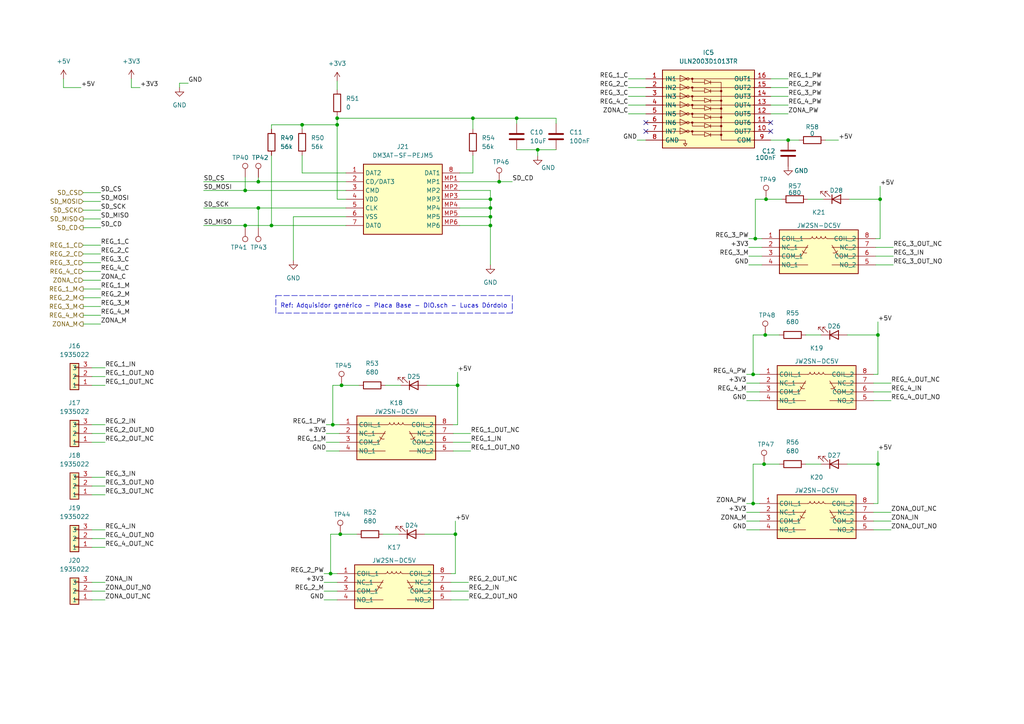
<source format=kicad_sch>
(kicad_sch (version 20211123) (generator eeschema)
  (paper "A4")
  (title_block (title "SAL/T") (date "2024-04-12") (rev "1.4") (company "Universidad de Buenos Aires") (comment 1 "Revisor: Adrian Laiuppa") (comment 2 "Autor: Martín Anús") (comment 3 "Placa principal"))
  (lib_symbols
    (symbol "JW2SN-DC5V_1"
      (property "Reference" "K" (at 16.51 6.35 0))
      (property "Value" "JW2SN-DC5V_1" (at 16.51 3.81 0))
      (symbol "JW2SN-DC5V_1_1_1"
        (pin passive line (at 0 0 0) (length 5.08) (name "COIL_1") (number "1"))
        (pin passive line (at 0 -2.54 0) (length 5.08) (name "NC_1") (number "2"))
        (pin passive line (at 0 -5.08 0) (length 5.08) (name "COM_1") (number "3"))
        (pin passive line (at 0 -7.62 0) (length 5.08) (name "NO_1") (number "4"))
        (pin passive line (at 33.02 -7.62 180) (length 5.08) (name "NO_2") (number "5"))
        (pin passive line (at 33.02 -5.08 180) (length 5.08) (name "COM_2") (number "6"))
        (pin passive line (at 33.02 -2.54 180) (length 5.08) (name "NC_2") (number "7"))
        (pin passive line (at 33.02 0 180) (length 5.08) (name "COIL_2") (number "8"))
      )
    )
    (symbol "JW2SN-DC5V_2"
      (property "Reference" "K" (at 16.51 6.35 0))
      (property "Value" "JW2SN-DC5V_2" (at 16.51 3.81 0))
      (symbol "JW2SN-DC5V_2_1_1"
        (pin passive line (at 0 0 0) (length 5.08) (name "COIL_1") (number "1"))
        (pin passive line (at 0 -2.54 0) (length 5.08) (name "NC_1") (number "2"))
        (pin passive line (at 0 -5.08 0) (length 5.08) (name "COM_1") (number "3"))
        (pin passive line (at 0 -7.62 0) (length 5.08) (name "NO_1") (number "4"))
        (pin passive line (at 33.02 -7.62 180) (length 5.08) (name "NO_2") (number "5"))
        (pin passive line (at 33.02 -5.08 180) (length 5.08) (name "COM_2") (number "6"))
        (pin passive line (at 33.02 -2.54 180) (length 5.08) (name "NC_2") (number "7"))
        (pin passive line (at 33.02 0 180) (length 5.08) (name "COIL_2") (number "8"))
      )
    )
    (symbol "JW2SN-DC5V_3"
      (property "Reference" "K" (at 16.51 6.35 0))
      (property "Value" "JW2SN-DC5V_3" (at 16.51 3.81 0))
      (symbol "JW2SN-DC5V_3_1_1"
        (pin passive line (at 0 0 0) (length 5.08) (name "COIL_1") (number "1"))
        (pin passive line (at 0 -2.54 0) (length 5.08) (name "NC_1") (number "2"))
        (pin passive line (at 0 -5.08 0) (length 5.08) (name "COM_1") (number "3"))
        (pin passive line (at 0 -7.62 0) (length 5.08) (name "NO_1") (number "4"))
        (pin passive line (at 33.02 -7.62 180) (length 5.08) (name "NO_2") (number "5"))
        (pin passive line (at 33.02 -5.08 180) (length 5.08) (name "COM_2") (number "6"))
        (pin passive line (at 33.02 -2.54 180) (length 5.08) (name "NC_2") (number "7"))
        (pin passive line (at 33.02 0 180) (length 5.08) (name "COIL_2") (number "8"))
      )
    )
    (symbol "JW2SN-DC5V_4"
      (property "Reference" "K" (at 16.51 6.35 0))
      (property "Value" "JW2SN-DC5V_4" (at 16.51 3.81 0))
      (symbol "JW2SN-DC5V_4_1_1"
        (pin passive line (at 0 0 0) (length 5.08) (name "COIL_1") (number "1"))
        (pin passive line (at 0 -2.54 0) (length 5.08) (name "NC_1") (number "2"))
        (pin passive line (at 0 -5.08 0) (length 5.08) (name "COM_1") (number "3"))
        (pin passive line (at 0 -7.62 0) (length 5.08) (name "NO_1") (number "4"))
        (pin passive line (at 33.02 -7.62 180) (length 5.08) (name "NO_2") (number "5"))
        (pin passive line (at 33.02 -5.08 180) (length 5.08) (name "COM_2") (number "6"))
        (pin passive line (at 33.02 -2.54 180) (length 5.08) (name "NC_2") (number "7"))
        (pin passive line (at 33.02 0 180) (length 5.08) (name "COIL_2") (number "8"))
      )
    )
    (symbol "power:+3V3" (power) (pin_names (offset 0))
      (property "Value" "+3V3" (at 0 3.556 0))
      (symbol "+3V3_1_1"
        (pin power_in line (at 0 0 90) (length 0) hide (name "+3V3") (number "1"))
      )
    )
    (symbol "power:+5V" (power) (pin_names (offset 0))
      (property "Value" "+5V" (at 0 3.556 0))
      (symbol "+5V_1_1"
        (pin power_in line (at 0 0 90) (length 0) hide (name "+5V") (number "1"))
      )
    )
    (symbol "power:GND" (power) (pin_names (offset 0))
      (property "Value" "GND" (at 0 -3.81 0))
      (symbol "GND_1_1"
        (pin power_in line (at 0 0 270) (length 0) hide (name "GND") (number "1"))
      )
    )
    (symbol "salt:1935022"
      (property "Reference" "J" (at 0 7.62 0))
      (property "Value" "1935022" (at 0 5.715 0))
      (symbol "1935022_1_1"
        (pin passive line (at -5.08 2.54 0) (length 3.81) (name "1") (number "1"))
        (pin passive line (at -5.08 0 0) (length 3.81) (name "2") (number "2"))
        (pin passive line (at -5.08 -2.54 0) (length 3.81) (name "3") (number "3"))
      )
    )
    (symbol "salt:C_100nF" (pin_numbers hide) (pin_names (offset 0.254))
      (property "Reference" "C" (at 0.635 2.54 0))
      (property "Value" "C_100nF" (at 0.635 -2.54 0))
      (symbol "C_100nF_1_1"
        (pin passive line (at 0 3.81 270) (length 2.794) (name "~") (number "1"))
        (pin passive line (at 0 -3.81 90) (length 2.794) (name "~") (number "2"))
      )
    )
    (symbol "salt:C_10uF" (pin_numbers hide) (pin_names (offset 0.254))
      (property "Reference" "C" (at 0.635 2.54 0))
      (property "Value" "C_10uF" (at 0.635 -2.54 0))
      (symbol "C_10uF_1_1"
        (pin passive line (at 0 3.81 270) (length 2.794) (name "~") (number "1"))
        (pin passive line (at 0 -3.81 90) (length 2.794) (name "~") (number "2"))
      )
    )
    (symbol "salt:DM3AT-SF-PEJM5"
      (property "Reference" "J" (at 0 0 0))
      (property "Value" "DM3AT-SF-PEJM5" (at 0 0 0))
      (symbol "DM3AT-SF-PEJM5_1_1"
        (pin passive line (at 0 0 0) (length 5.08) (name "DAT2") (number "1"))
        (pin passive line (at 0 -2.54 0) (length 5.08) (name "CD/DAT3") (number "2"))
        (pin passive line (at 0 -5.08 0) (length 5.08) (name "CMD") (number "3"))
        (pin passive line (at 0 -7.62 0) (length 5.08) (name "VDD") (number "4"))
        (pin passive line (at 0 -10.16 0) (length 5.08) (name "CLK") (number "5"))
        (pin passive line (at 0 -12.7 0) (length 5.08) (name "VSS") (number "6"))
        (pin passive line (at 0 -15.24 0) (length 5.08) (name "DAT0") (number "7"))
        (pin passive line (at 33.02 0 180) (length 5.08) (name "DAT1") (number "8"))
        (pin passive line (at 33.02 -2.54 180) (length 5.08) (name "MP1") (number "MP1"))
        (pin passive line (at 33.02 -5.08 180) (length 5.08) (name "MP2") (number "MP2"))
        (pin passive line (at 33.02 -7.62 180) (length 5.08) (name "MP3") (number "MP3"))
        (pin passive line (at 33.02 -10.16 180) (length 5.08) (name "MP4") (number "MP4"))
        (pin passive line (at 33.02 -12.7 180) (length 5.08) (name "MP5") (number "MP5"))
        (pin passive line (at 33.02 -15.24 180) (length 5.08) (name "MP6") (number "MP6"))
      )
    )
    (symbol "salt:JW2SN-DC5V"
      (property "Reference" "K" (at 16.51 6.35 0))
      (property "Value" "JW2SN-DC5V" (at 16.51 3.81 0))
      (symbol "JW2SN-DC5V_1_1"
        (pin passive line (at 0 0 0) (length 5.08) (name "COIL_1") (number "1"))
        (pin passive line (at 0 -2.54 0) (length 5.08) (name "NC_1") (number "2"))
        (pin passive line (at 0 -5.08 0) (length 5.08) (name "COM_1") (number "3"))
        (pin passive line (at 0 -7.62 0) (length 5.08) (name "NO_1") (number "4"))
        (pin passive line (at 33.02 -7.62 180) (length 5.08) (name "NO_2") (number "5"))
        (pin passive line (at 33.02 -5.08 180) (length 5.08) (name "COM_2") (number "6"))
        (pin passive line (at 33.02 -2.54 180) (length 5.08) (name "NC_2") (number "7"))
        (pin passive line (at 33.02 0 180) (length 5.08) (name "COIL_2") (number "8"))
      )
    )
    (symbol "salt:LED" (pin_numbers hide) (pin_names (offset 1.016) hide)
      (property "Reference" "D" (at 0 2.54 0))
      (symbol "LED_1_1"
        (pin passive line (at -3.81 0 0) (length 2.54) (name "K") (number "1"))
        (pin passive line (at 3.81 0 180) (length 2.54) (name "A") (number "2"))
      )
    )
    (symbol "salt:R_0" (pin_numbers hide) (pin_names (offset 1.016) hide)
      (property "Reference" "R" (at -2.032 1.524 0))
      (property "Value" "R_0" (at -4.318 -0.254 0))
      (symbol "R_0_1_1"
        (pin passive line (at 0 3.81 270) (length 1.27) (name "~") (number "1"))
        (pin passive line (at 0 -3.81 90) (length 1.27) (name "~") (number "2"))
      )
    )
    (symbol "salt:R_56K" (pin_numbers hide) (pin_names (offset 1.016) hide)
      (property "Reference" "R" (at -2.032 1.524 0))
      (property "Value" "R_56K" (at -4.318 -0.254 0))
      (symbol "R_56K_1_1"
        (pin passive line (at 0 3.81 270) (length 1.27) (name "~") (number "1"))
        (pin passive line (at 0 -3.81 90) (length 1.27) (name "~") (number "2"))
      )
    )
    (symbol "salt:R_680" (pin_numbers hide) (pin_names (offset 1.016) hide)
      (property "Reference" "R" (at -2.032 1.524 0))
      (property "Value" "R_680" (at -4.318 -0.254 0))
      (symbol "R_680_1_1"
        (pin passive line (at 0 3.81 270) (length 1.27) (name "~") (number "1"))
        (pin passive line (at 0 -3.81 90) (length 1.27) (name "~") (number "2"))
      )
    )
    (symbol "salt:TestPoint" (pin_numbers hide) (pin_names (offset 0.762) hide)
      (property "Reference" "TP" (at 0 6.858 0))
      (property "Value" "TestPoint" (at 0 5.08 0))
      (symbol "TestPoint_1_1"
        (pin passive line (at 0 0 90) (length 2.54) (name "1") (number "1"))
      )
    )
    (symbol "salt:ULN2003D1013TR"
      (property "Reference" "IC" (at 27.178 5.588 0))
      (property "Value" "ULN2003D1013TR" (at 28.194 3.556 0))
      (symbol "ULN2003D1013TR_0_0"
        (text "" (at 10.922 -13.208 0) (effects (font (size 1.27 1.27))))
      )
      (symbol "ULN2003D1013TR_1_1"
        (pin passive line (at 0 0 0) (length 5.08) (name "IN1") (number "1"))
        (pin passive line (at 36.195 -15.24 180) (length 5.08) (name "OUT7") (number "10"))
        (pin passive line (at 36.195 -12.7 180) (length 5.08) (name "OUT6") (number "11"))
        (pin passive line (at 36.195 -10.16 180) (length 5.08) (name "OUT5") (number "12"))
        (pin passive line (at 36.195 -7.62 180) (length 5.08) (name "OUT4") (number "13"))
        (pin passive line (at 36.195 -5.08 180) (length 5.08) (name "OUT3") (number "14"))
        (pin passive line (at 36.195 -2.54 180) (length 5.08) (name "OUT2") (number "15"))
        (pin passive line (at 36.195 0 180) (length 5.08) (name "OUT1") (number "16"))
        (pin passive line (at 0 -2.54 0) (length 5.08) (name "IN2") (number "2"))
        (pin passive line (at 0 -5.08 0) (length 5.08) (name "IN3") (number "3"))
        (pin passive line (at 0 -7.62 0) (length 5.08) (name "IN4") (number "4"))
        (pin passive line (at 0 -10.16 0) (length 5.08) (name "IN5") (number "5"))
        (pin passive line (at 0 -12.7 0) (length 5.08) (name "IN6") (number "6"))
        (pin passive line (at 0 -15.24 0) (length 5.08) (name "IN7") (number "7"))
        (pin passive line (at 0 -17.78 0) (length 5.08) (name "GND") (number "8"))
        (pin passive line (at 36.195 -17.78 180) (length 5.08) (name "COM") (number "9"))
      )
    )
  )
  (junction (at 219.075 69.215))
  (junction (at 144.78 52.705))
  (junction (at 137.16 34.29))
  (junction (at 218.44 108.585))
  (junction (at 87.63 36.195))
  (junction (at 97.79 36.195))
  (junction (at 99.06 111.76))
  (junction (at 254.635 97.155))
  (junction (at 96.52 123.19))
  (junction (at 142.24 60.325))
  (junction (at 149.86 34.29))
  (junction (at 255.27 57.785))
  (junction (at 71.12 65.405))
  (junction (at 132.715 111.76))
  (junction (at 222.1843 57.785))
  (junction (at 142.24 65.405))
  (junction (at 218.44 146.05))
  (junction (at 97.79 34.29))
  (junction (at 74.93 52.705))
  (junction (at 74.93 60.325))
  (junction (at 254.635 134.62))
  (junction (at 228.6 40.64))
  (junction (at 78.74 65.405))
  (junction (at 155.956 43.434))
  (junction (at 98.6959 154.94))
  (junction (at 71.12 55.245))
  (junction (at 95.885 166.37))
  (junction (at 221.6126 134.62))
  (junction (at 142.24 62.865))
  (junction (at 221.9556 97.155))
  (junction (at 132.08 154.94))
  (junction (at 142.24 57.785))
  (no_connect (at 187.325 38.1))
  (no_connect (at 223.52 35.56))
  (no_connect (at 223.52 38.1))
  (no_connect (at 187.325 35.56))
  (wire (pts (xy 216.535 113.665) (xy 220.345 113.665)))
  (wire (pts (xy 254 76.835) (xy 259.08 76.835)))
  (wire (pts (xy 26.67 138.43) (xy 30.48 138.43)))
  (wire (pts (xy 216.535 146.05) (xy 218.44 146.05)))
  (wire (pts (xy 24.13 88.9) (xy 29.21 88.9)))
  (wire (pts (xy 223.52 30.48) (xy 228.6 30.48)))
  (wire (pts (xy 218.44 134.62) (xy 218.44 146.05)))
  (wire (pts (xy 93.98 168.91) (xy 97.79 168.91)))
  (wire (pts (xy 96.52 111.76) (xy 96.52 123.19)))
  (wire (pts (xy 87.63 45.085) (xy 87.63 50.165)))
  (wire (pts (xy 132.715 111.76) (xy 132.715 123.19)))
  (wire (pts (xy 149.86 35.814) (xy 149.86 34.29)))
  (wire (pts (xy 24.13 73.66) (xy 29.21 73.66)))
  (wire (pts (xy 254.635 93.345) (xy 254.635 97.155)))
  (polyline (pts (xy 80.01 85.725) (xy 148.59 85.725)))
  (wire (pts (xy 137.16 34.29) (xy 149.86 34.29)))
  (wire (pts (xy 59.055 55.245) (xy 71.12 55.245)))
  (wire (pts (xy 78.74 45.085) (xy 78.74 65.405)))
  (wire (pts (xy 218.44 97.155) (xy 218.44 108.585)))
  (wire (pts (xy 95.885 154.94) (xy 95.885 166.37)))
  (wire (pts (xy 26.67 173.99) (xy 30.48 173.99)))
  (wire (pts (xy 59.055 60.325) (xy 74.93 60.325)))
  (wire (pts (xy 137.16 45.085) (xy 137.16 50.165)))
  (wire (pts (xy 239.395 40.64) (xy 243.205 40.64)))
  (wire (pts (xy 254.635 97.155) (xy 254.635 108.585)))
  (wire (pts (xy 254 74.295) (xy 259.08 74.295)))
  (wire (pts (xy 255.27 53.975) (xy 255.27 57.785)))
  (wire (pts (xy 149.86 34.29) (xy 161.29 34.29)))
  (wire (pts (xy 218.44 146.05) (xy 220.345 146.05)))
  (wire (pts (xy 133.35 65.405) (xy 142.24 65.405)))
  (wire (pts (xy 216.535 108.585) (xy 218.44 108.585)))
  (wire (pts (xy 26.67 106.68) (xy 30.48 106.68)))
  (wire (pts (xy 59.055 65.405) (xy 71.12 65.405)))
  (wire (pts (xy 87.63 50.165) (xy 100.33 50.165)))
  (wire (pts (xy 253.365 113.665) (xy 258.445 113.665)))
  (wire (pts (xy 133.35 62.865) (xy 142.24 62.865)))
  (wire (pts (xy 93.98 171.45) (xy 97.79 171.45)))
  (wire (pts (xy 26.67 171.45) (xy 30.48 171.45)))
  (wire (pts (xy 98.6959 154.94) (xy 103.505 154.94)))
  (wire (pts (xy 111.76 111.76) (xy 116.205 111.76)))
  (wire (pts (xy 187.325 30.48) (xy 182.245 30.48)))
  (wire (pts (xy 218.44 134.62) (xy 221.6126 134.62)))
  (wire (pts (xy 26.67 123.19) (xy 30.48 123.19)))
  (wire (pts (xy 94.615 130.81) (xy 98.425 130.81)))
  (wire (pts (xy 223.52 25.4) (xy 228.6 25.4)))
  (wire (pts (xy 137.16 37.465) (xy 137.16 34.29)))
  (wire (pts (xy 254.635 130.81) (xy 254.635 134.62)))
  (polyline (pts (xy 80.01 90.805) (xy 80.01 85.725)))
  (wire (pts (xy 219.075 69.215) (xy 220.98 69.215)))
  (wire (pts (xy 132.08 151.13) (xy 132.08 154.94)))
  (wire (pts (xy 254.635 134.62) (xy 254.635 146.05)))
  (wire (pts (xy 74.93 51.435) (xy 74.93 52.705)))
  (wire (pts (xy 187.325 25.4) (xy 182.245 25.4)))
  (wire (pts (xy 246.38 57.785) (xy 255.27 57.785)))
  (wire (pts (xy 216.535 148.59) (xy 220.345 148.59)))
  (wire (pts (xy 18.415 22.86) (xy 18.415 25.4)))
  (wire (pts (xy 132.715 107.95) (xy 132.715 111.76)))
  (wire (pts (xy 24.13 76.2) (xy 29.21 76.2)))
  (wire (pts (xy 253.365 108.585) (xy 254.635 108.585)))
  (wire (pts (xy 26.67 153.67) (xy 30.48 153.67)))
  (wire (pts (xy 217.17 74.295) (xy 220.98 74.295)))
  (wire (pts (xy 96.52 123.19) (xy 98.425 123.19)))
  (wire (pts (xy 130.81 168.91) (xy 135.89 168.91)))
  (wire (pts (xy 97.79 23.495) (xy 97.79 26.035)))
  (wire (pts (xy 97.79 34.29) (xy 137.16 34.29)))
  (wire (pts (xy 133.35 60.325) (xy 142.24 60.325)))
  (wire (pts (xy 187.325 22.86) (xy 182.245 22.86)))
  (wire (pts (xy 144.78 52.705) (xy 148.59 52.705)))
  (wire (pts (xy 161.29 34.29) (xy 161.29 35.814)))
  (wire (pts (xy 24.13 91.44) (xy 29.21 91.44)))
  (wire (pts (xy 38.1 25.4) (xy 40.64 25.4)))
  (wire (pts (xy 255.27 57.785) (xy 255.27 69.215)))
  (wire (pts (xy 95.885 166.37) (xy 97.79 166.37)))
  (wire (pts (xy 52.07 25.4) (xy 52.07 24.13)))
  (wire (pts (xy 142.24 57.785) (xy 142.24 60.325)))
  (wire (pts (xy 131.445 123.19) (xy 132.715 123.19)))
  (wire (pts (xy 216.535 151.13) (xy 220.345 151.13)))
  (wire (pts (xy 234.315 57.785) (xy 238.76 57.785)))
  (wire (pts (xy 71.12 51.435) (xy 71.12 55.245)))
  (wire (pts (xy 131.445 128.27) (xy 136.525 128.27)))
  (wire (pts (xy 253.365 148.59) (xy 258.445 148.59)))
  (polyline (pts (xy 148.59 90.805) (xy 80.01 90.805)))
  (wire (pts (xy 155.956 43.434) (xy 155.956 45.212)))
  (wire (pts (xy 59.055 52.705) (xy 74.93 52.705)))
  (wire (pts (xy 253.365 146.05) (xy 254.635 146.05)))
  (wire (pts (xy 94.615 128.27) (xy 98.425 128.27)))
  (wire (pts (xy 132.08 154.94) (xy 132.08 166.37)))
  (wire (pts (xy 74.93 52.705) (xy 100.33 52.705)))
  (wire (pts (xy 149.86 43.434) (xy 155.956 43.434)))
  (wire (pts (xy 24.13 58.42) (xy 29.21 58.42)))
  (wire (pts (xy 26.67 168.91) (xy 30.48 168.91)))
  (wire (pts (xy 24.13 83.82) (xy 29.21 83.82)))
  (wire (pts (xy 24.13 78.74) (xy 29.21 78.74)))
  (wire (pts (xy 93.98 166.37) (xy 95.885 166.37)))
  (wire (pts (xy 254 71.755) (xy 259.08 71.755)))
  (wire (pts (xy 95.885 154.94) (xy 98.6959 154.94)))
  (wire (pts (xy 253.365 111.125) (xy 258.445 111.125)))
  (wire (pts (xy 24.13 71.12) (xy 29.21 71.12)))
  (wire (pts (xy 133.35 52.705) (xy 144.78 52.705)))
  (wire (pts (xy 216.535 153.67) (xy 220.345 153.67)))
  (wire (pts (xy 94.615 125.73) (xy 98.425 125.73)))
  (wire (pts (xy 71.12 65.405) (xy 78.74 65.405)))
  (wire (pts (xy 233.68 134.62) (xy 238.125 134.62)))
  (wire (pts (xy 130.81 166.37) (xy 132.08 166.37)))
  (wire (pts (xy 221.6126 134.62) (xy 226.06 134.62)))
  (wire (pts (xy 71.12 66.04) (xy 71.12 65.405)))
  (wire (pts (xy 26.67 125.73) (xy 30.48 125.73)))
  (wire (pts (xy 131.445 125.73) (xy 136.525 125.73)))
  (wire (pts (xy 221.9556 97.155) (xy 226.06 97.155)))
  (wire (pts (xy 219.075 57.785) (xy 222.1843 57.785)))
  (wire (pts (xy 78.74 37.465) (xy 78.74 36.195)))
  (wire (pts (xy 26.67 156.21) (xy 30.48 156.21)))
  (wire (pts (xy 24.13 86.36) (xy 29.21 86.36)))
  (wire (pts (xy 142.24 55.245) (xy 142.24 57.785)))
  (wire (pts (xy 97.79 36.195) (xy 97.79 57.785)))
  (wire (pts (xy 26.67 128.27) (xy 30.48 128.27)))
  (wire (pts (xy 222.1843 57.785) (xy 226.695 57.785)))
  (wire (pts (xy 78.74 36.195) (xy 87.63 36.195)))
  (wire (pts (xy 74.93 66.04) (xy 74.93 60.325)))
  (wire (pts (xy 223.52 33.02) (xy 228.6 33.02)))
  (wire (pts (xy 74.93 60.325) (xy 100.33 60.325)))
  (wire (pts (xy 187.325 27.94) (xy 182.245 27.94)))
  (wire (pts (xy 216.535 116.205) (xy 220.345 116.205)))
  (wire (pts (xy 52.07 24.13) (xy 54.61 24.13)))
  (wire (pts (xy 245.745 134.62) (xy 254.635 134.62)))
  (wire (pts (xy 228.6 40.64) (xy 231.775 40.64)))
  (wire (pts (xy 142.24 65.405) (xy 142.24 76.835)))
  (wire (pts (xy 85.09 62.865) (xy 85.09 75.565)))
  (wire (pts (xy 26.67 111.76) (xy 30.48 111.76)))
  (wire (pts (xy 78.74 65.405) (xy 100.33 65.405)))
  (wire (pts (xy 253.365 153.67) (xy 258.445 153.67)))
  (wire (pts (xy 87.63 36.195) (xy 87.63 37.465)))
  (wire (pts (xy 71.12 55.245) (xy 100.33 55.245)))
  (wire (pts (xy 161.29 43.434) (xy 155.956 43.434)))
  (wire (pts (xy 123.19 154.94) (xy 132.08 154.94)))
  (wire (pts (xy 133.35 57.785) (xy 142.24 57.785)))
  (wire (pts (xy 130.81 173.99) (xy 135.89 173.99)))
  (wire (pts (xy 26.67 140.97) (xy 30.48 140.97)))
  (wire (pts (xy 254 69.215) (xy 255.27 69.215)))
  (wire (pts (xy 131.445 130.81) (xy 136.525 130.81)))
  (wire (pts (xy 24.13 81.28) (xy 29.21 81.28)))
  (wire (pts (xy 218.44 108.585) (xy 220.345 108.585)))
  (wire (pts (xy 187.325 33.02) (xy 182.245 33.02)))
  (wire (pts (xy 97.79 34.29) (xy 97.79 36.195)))
  (wire (pts (xy 26.67 143.51) (xy 30.48 143.51)))
  (wire (pts (xy 24.13 55.88) (xy 29.21 55.88)))
  (wire (pts (xy 223.52 27.94) (xy 228.6 27.94)))
  (wire (pts (xy 26.67 158.75) (xy 30.48 158.75)))
  (wire (pts (xy 253.365 116.205) (xy 258.445 116.205)))
  (wire (pts (xy 24.13 93.98) (xy 29.21 93.98)))
  (wire (pts (xy 133.35 50.165) (xy 137.16 50.165)))
  (wire (pts (xy 87.63 36.195) (xy 97.79 36.195)))
  (wire (pts (xy 217.17 69.215) (xy 219.075 69.215)))
  (wire (pts (xy 218.44 97.155) (xy 221.9556 97.155)))
  (wire (pts (xy 18.415 25.4) (xy 23.495 25.4)))
  (wire (pts (xy 142.24 62.865) (xy 142.24 65.405)))
  (wire (pts (xy 97.79 33.655) (xy 97.79 34.29)))
  (wire (pts (xy 233.68 97.155) (xy 238.125 97.155)))
  (wire (pts (xy 130.81 171.45) (xy 135.89 171.45)))
  (wire (pts (xy 223.52 40.64) (xy 228.6 40.64)))
  (wire (pts (xy 93.98 173.99) (xy 97.79 173.99)))
  (wire (pts (xy 26.67 109.22) (xy 30.48 109.22)))
  (polyline (pts (xy 148.59 85.725) (xy 148.59 90.805)))
  (wire (pts (xy 253.365 151.13) (xy 258.445 151.13)))
  (wire (pts (xy 219.075 57.785) (xy 219.075 69.215)))
  (wire (pts (xy 217.17 76.835) (xy 220.98 76.835)))
  (wire (pts (xy 142.24 60.325) (xy 142.24 62.865)))
  (wire (pts (xy 133.35 55.245) (xy 142.24 55.245)))
  (wire (pts (xy 24.13 66.04) (xy 29.21 66.04)))
  (wire (pts (xy 245.745 97.155) (xy 254.635 97.155)))
  (wire (pts (xy 223.52 22.86) (xy 228.6 22.86)))
  (wire (pts (xy 38.1 22.86) (xy 38.1 25.4)))
  (wire (pts (xy 24.13 60.96) (xy 29.21 60.96)))
  (wire (pts (xy 184.785 40.64) (xy 187.325 40.64)))
  (wire (pts (xy 111.125 154.94) (xy 115.57 154.94)))
  (wire (pts (xy 99.06 111.76) (xy 104.14 111.76)))
  (wire (pts (xy 94.615 123.19) (xy 96.52 123.19)))
  (wire (pts (xy 216.535 111.125) (xy 220.345 111.125)))
  (wire (pts (xy 97.79 57.785) (xy 100.33 57.785)))
  (wire (pts (xy 100.33 62.865) (xy 85.09 62.865)))
  (wire (pts (xy 24.13 63.5) (xy 29.21 63.5)))
  (wire (pts (xy 217.17 71.755) (xy 220.98 71.755)))
  (wire (pts (xy 96.52 111.76) (xy 99.06 111.76)))
  (wire (pts (xy 123.825 111.76) (xy 132.715 111.76)))
  (text "Ref: Adquisidor genérico - Placa Base - DIO.sch - Lucas Dórdolo" (at 81.28 89.535 0) (effects (font (size 1.27 1.27)) (justify left bottom)))
  (label "REG_2_M" (at 29.21 86.36 0))
  (label "REG_3_C" (at 182.245 27.94 180))
  (label "+5V" (at 254.635 93.345 0))
  (label "REG_3_C" (at 29.21 76.2 0))
  (label "SD_CD" (at 29.21 66.04 0))
  (label "+3V3" (at 216.535 111.125 180))
  (label "REG_4_OUT_NC" (at 258.445 111.125 0))
  (label "ZONA_OUT_NO" (at 258.445 153.67 0))
  (label "GND" (at 54.61 24.13 0))
  (label "SD_MISO" (at 59.055 65.405 0))
  (label "+3V3" (at 217.17 71.755 180))
  (label "SD_MOSI" (at 29.21 58.42 0))
  (label "ZONA_OUT_NO" (at 30.48 171.45 0))
  (label "GND" (at 217.17 76.835 180))
  (label "REG_3_IN" (at 259.08 74.295 0))
  (label "REG_1_OUT_NC" (at 30.48 111.76 0))
  (label "REG_2_OUT_NC" (at 135.89 168.91 0))
  (label "REG_4_C" (at 29.21 78.74 0))
  (label "REG_2_OUT_NO" (at 135.89 173.99 0))
  (label "REG_3_OUT_NO" (at 259.08 76.835 0))
  (label "REG_4_M" (at 216.535 113.665 180))
  (label "SD_CS" (at 29.21 55.88 0))
  (label "SD_CS" (at 59.055 52.705 0))
  (label "GND" (at 216.535 153.67 180))
  (label "SD_SCK" (at 29.21 60.96 0))
  (label "GND" (at 94.615 130.81 180))
  (label "ZONA_OUT_NC" (at 30.48 173.99 0))
  (label "SD_MOSI" (at 59.055 55.245 0))
  (label "REG_3_M" (at 29.21 88.9 0))
  (label "ZONA_IN" (at 258.445 151.13 0))
  (label "REG_4_OUT_NO" (at 258.445 116.205 0))
  (label "REG_4_M" (at 29.21 91.44 0))
  (label "REG_1_C" (at 182.245 22.86 180))
  (label "REG_3_PW" (at 228.6 27.94 0))
  (label "+5V" (at 132.08 151.13 0))
  (label "ZONA_M" (at 29.21 93.98 0))
  (label "SD_SCK" (at 59.055 60.325 0))
  (label "REG_2_IN" (at 30.48 123.19 0))
  (label "REG_4_C" (at 182.245 30.48 180))
  (label "REG_2_PW" (at 93.98 166.37 180))
  (label "REG_1_IN" (at 30.48 106.68 0))
  (label "REG_1_PW" (at 228.6 22.86 0))
  (label "+3V3" (at 93.98 168.91 180))
  (label "ZONA_IN" (at 30.48 168.91 0))
  (label "ZONA_C" (at 182.245 33.02 180))
  (label "REG_4_OUT_NO" (at 30.48 156.21 0))
  (label "+5V" (at 254.635 130.81 0))
  (label "REG_1_OUT_NC" (at 136.525 125.73 0))
  (label "REG_3_OUT_NC" (at 30.48 143.51 0))
  (label "REG_1_IN" (at 136.525 128.27 0))
  (label "GND" (at 184.785 40.64 180))
  (label "+5V" (at 132.715 107.95 0))
  (label "REG_3_IN" (at 30.48 138.43 0))
  (label "REG_2_OUT_NC" (at 30.48 128.27 0))
  (label "REG_2_C" (at 182.245 25.4 180))
  (label "REG_1_C" (at 29.21 71.12 0))
  (label "REG_2_M" (at 93.98 171.45 180))
  (label "REG_4_PW" (at 228.6 30.48 0))
  (label "REG_2_OUT_NO" (at 30.48 125.73 0))
  (label "GND" (at 93.98 173.99 180))
  (label "REG_4_PW" (at 216.535 108.585 180))
  (label "REG_4_IN" (at 258.445 113.665 0))
  (label "+5V" (at 243.205 40.64 0))
  (label "REG_3_OUT_NC" (at 259.08 71.755 0))
  (label "+3V3" (at 94.615 125.73 180))
  (label "REG_3_M" (at 217.17 74.295 180))
  (label "+5V" (at 23.495 25.4 0))
  (label "SD_MISO" (at 29.21 63.5 0))
  (label "REG_2_C" (at 29.21 73.66 0))
  (label "ZONA_PW" (at 216.535 146.05 180))
  (label "REG_4_OUT_NC" (at 30.48 158.75 0))
  (label "REG_1_OUT_NO" (at 30.48 109.22 0))
  (label "REG_2_PW" (at 228.6 25.4 0))
  (label "ZONA_M" (at 216.535 151.13 180))
  (label "+3V3" (at 216.535 148.59 180))
  (label "REG_4_IN" (at 30.48 153.67 0))
  (label "REG_1_M" (at 29.21 83.82 0))
  (label "GND" (at 216.535 116.205 180))
  (label "SD_CD" (at 148.59 52.705 0))
  (label "REG_1_PW" (at 94.615 123.19 180))
  (label "ZONA_C" (at 29.21 81.28 0))
  (label "REG_3_PW" (at 217.17 69.215 180))
  (label "ZONA_OUT_NC" (at 258.445 148.59 0))
  (label "REG_3_OUT_NO" (at 30.48 140.97 0))
  (label "+3V3" (at 40.64 25.4 0))
  (label "+5V" (at 255.27 53.975 0))
  (label "REG_1_OUT_NO" (at 136.525 130.81 0))
  (label "ZONA_PW" (at 228.6 33.02 0))
  (label "REG_2_IN" (at 135.89 171.45 0))
  (label "REG_1_M" (at 94.615 128.27 180))
  (hierarchical_label "SD_SCK" (shape input) (at 24.13 60.96 180))
  (hierarchical_label "REG_3_C" (shape input) (at 24.13 76.2 180))
  (hierarchical_label "REG_3_M" (shape output) (at 24.13 88.9 180))
  (hierarchical_label "ZONA_C" (shape input) (at 24.13 81.28 180))
  (hierarchical_label "SD_CD" (shape output) (at 24.13 66.04 180))
  (hierarchical_label "SD_CS" (shape input) (at 24.13 55.88 180))
  (hierarchical_label "REG_4_M" (shape output) (at 24.13 91.44 180))
  (hierarchical_label "REG_1_M" (shape output) (at 24.13 83.82 180))
  (hierarchical_label "REG_4_C" (shape input) (at 24.13 78.74 180))
  (hierarchical_label "REG_1_C" (shape input) (at 24.13 71.12 180))
  (hierarchical_label "SD_MOSI" (shape input) (at 24.13 58.42 180))
  (hierarchical_label "SD_MISO" (shape output) (at 24.13 63.5 180))
  (hierarchical_label "ZONA_M" (shape output) (at 24.13 93.98 180))
  (hierarchical_label "REG_2_C" (shape input) (at 24.13 73.66 180))
  (hierarchical_label "REG_2_M" (shape output) (at 24.13 86.36 180))
  (symbol (lib_id "salt:TestPoint") (at 99.06 111.76 0) (unit 1)
    (property "Reference" "TP45" (at 97.155 106.045 0) (effects (justify left)))
    (property "Value" "TestPoint" (effects hide))
    (property "Footprint" "salt:testpoint" (effects hide))
  )
  (symbol (lib_id "salt:TestPoint") (at 221.6126 134.62 0) (unit 1)
    (property "Reference" "TP47" (at 219.7076 128.905 0) (effects (justify left)))
    (property "Value" "TestPoint" (effects hide))
    (property "Footprint" "salt:testpoint" (effects hide))
  )
  (symbol (lib_id "salt:C_100nF") (at 161.29 39.624 0) (unit 1)
    (property "Reference" "C11" (at 165.1 38.3539 0) (effects (justify left)))
    (property "Value" "100nF" (at 165.1 40.8939 0) (effects (justify left)))
    (property "Footprint" "Capacitor_SMD:C_0805_2012Metric_Pad1.18x1.45mm_HandSolder" (effects hide))
    (property "Datasheet" "https://ar.mouser.com/datasheet/2/447/KEM_C1002_X7R_SMD-3316098.pdf" (effects hide))
    (property "Mouser Part Number" "80-C0805C104K4R" (effects hide))
    (property "Mouser Price/Stock" "https://ar.mouser.com/ProductDetail/KEMET/C0805C104K4RACTU?qs=Pc30aiB8zWWfqQNJWggt%252BA%3D%3D" (effects hide))
    (property "Manufacturer_Name" "KEMET" (effects hide))
    (property "Manufacturer_Part_Number" "C0805C104K4RACTU" (effects hide))
  )
  (symbol (lib_id "salt:LED") (at 119.38 154.94 0) (mirror x) (unit 1)
    (property "Reference" "D24" (at 119.38 152.4 0))
    (property "Value" "LED" (effects hide))
    (property "Footprint" "LED_SMD:LED_0805_2012Metric_Pad1.15x1.40mm_HandSolder" (effects hide))
    (property "Datasheet" "https://www.we-online.com/catalog/datasheet/150080VS75000.pdf" (effects hide))
    (property "Mouser Part Number" "710-150080VS75000" (effects hide))
    (property "Mouser Price/Stock" "https://ar.mouser.com/ProductDetail/Wurth-Elektronik/150080VS75000?qs=LlUlMxKIyB0tGHJmO6%252B0ug%3D%3D" (effects hide))
    (property "Manufacturer_Name" "Wurth Elektronik" (effects hide))
    (property "Manufacturer_Part_Number" "150080VS75000" (effects hide))
  )
  (symbol (lib_id "power:GND") (at 142.24 76.835 0) (unit 1)
    (property "Reference" "#PWR052" (effects hide))
    (property "Value" "GND" (at 142.24 81.915 0))
  )
  (symbol (lib_name "JW2SN-DC5V_3") (lib_id "salt:JW2SN-DC5V") (at 97.79 166.37 0) (unit 1)
    (property "Reference" "K17" (at 114.3 158.75 0))
    (property "Value" "JW2SN-DC5V" (at 114.3 162.56 0))
    (property "Footprint" "salt:JW2SNDC5V" (effects hide))
    (property "Datasheet" "https://www3.panasonic.biz/ac/e_download/control/relay/power/catalog/mech_eng_jw.pdf" (effects hide))
    (property "Height" "20" (effects hide))
    (property "Mouser Part Number" "769-JW2SN-DC5V" (effects hide))
    (property "Mouser Price/Stock" "https://www.mouser.co.uk/ProductDetail/Panasonic-Industrial-Devices/JW2SN-DC5V?qs=HLLy2pIPwuus9vgayzgjwA%3D%3D" (effects hide))
    (property "Manufacturer_Name" "Panasonic" (effects hide))
    (property "Manufacturer_Part_Number" "JW2SN-DC5V" (effects hide))
  )
  (symbol (lib_id "power:+5V") (at 18.415 22.86 0) (unit 1)
    (property "Reference" "#PWR047" (effects hide))
    (property "Value" "+5V" (at 18.415 17.78 0))
  )
  (symbol (lib_name "JW2SN-DC5V_4") (lib_id "salt:JW2SN-DC5V") (at 220.345 108.585 0) (unit 1)
    (property "Reference" "K19" (at 236.855 100.965 0))
    (property "Value" "JW2SN-DC5V" (at 236.855 104.775 0))
    (property "Footprint" "salt:JW2SNDC5V" (effects hide))
    (property "Datasheet" "https://www3.panasonic.biz/ac/e_download/control/relay/power/catalog/mech_eng_jw.pdf" (effects hide))
    (property "Height" "20" (effects hide))
    (property "Mouser Part Number" "769-JW2SN-DC5V" (effects hide))
    (property "Mouser Price/Stock" "https://www.mouser.co.uk/ProductDetail/Panasonic-Industrial-Devices/JW2SN-DC5V?qs=HLLy2pIPwuus9vgayzgjwA%3D%3D" (effects hide))
    (property "Manufacturer_Name" "Panasonic" (effects hide))
    (property "Manufacturer_Part_Number" "JW2SN-DC5V" (effects hide))
  )
  (symbol (lib_id "salt:R_0") (at 235.585 40.64 90) (unit 1)
    (property "Reference" "R58" (at 235.585 36.83 90))
    (property "Value" "0" (at 235.585 38.735 90))
    (property "Footprint" "Resistor_SMD:R_0805_2012Metric_Pad1.20x1.40mm_HandSolder" (effects hide))
  )
  (symbol (lib_id "salt:R_680") (at 230.505 57.785 270) (unit 1)
    (property "Reference" "R57" (at 230.505 53.975 90))
    (property "Value" "680" (at 230.505 55.88 90))
    (property "Footprint" "Resistor_SMD:R_0805_2012Metric_Pad1.20x1.40mm_HandSolder" (effects hide))
    (property "Datasheet" "https://ar.mouser.com/datasheet/2/447/PYu_RC_Group_51_RoHS_L_11-1984063.pdf" (effects hide))
    (property "Mouser Part Number" "603-RC0805FR-13680RL" (effects hide))
    (property "Mouser Price/Stock" "https://ar.mouser.com/ProductDetail/YAGEO/RC0805FR-13680RL?qs=m6lXFsvg5e3C9RY8lrBC%2Fw%3D%3D" (effects hide))
    (property "Manufacturer_Name" "YAGEO" (effects hide))
    (property "Manufacturer_Part_Number" "RC0805FR-13680RL" (effects hide))
  )
  (symbol (lib_id "power:GND") (at 52.07 25.4 0) (unit 1)
    (property "Reference" "#PWR049" (effects hide))
    (property "Value" "GND" (at 52.07 30.48 0))
  )
  (symbol (lib_id "salt:R_56K") (at 78.74 41.275 0) (unit 1)
    (property "Reference" "R49" (at 81.28 40.0049 0) (effects (justify left)))
    (property "Value" "56k" (at 81.28 42.5449 0) (effects (justify left)))
    (property "Footprint" "Resistor_SMD:R_0805_2012Metric_Pad1.20x1.40mm_HandSolder" (effects hide))
    (property "Datasheet" "https://ar.mouser.com/datasheet/2/447/PYu_RC_Group_51_RoHS_L_11-1984063.pdf" (effects hide))
    (property "Mouser Part Number" "603-RC0805FR-1056KL" (effects hide))
    (property "Mouser Price/Stock" "https://ar.mouser.com/ProductDetail/YAGEO/RC0805FR-1056KL?qs=qpJ%252B%252B%252Bdg6p0DFLmy599hAw%3D%3D" (effects hide))
    (property "Manufacturer_Name" "YAGEO" (effects hide))
    (property "Manufacturer_Part_Number" "RC0805FR-1056KL" (effects hide))
  )
  (symbol (lib_id "salt:LED") (at 241.935 97.155 0) (mirror x) (unit 1)
    (property "Reference" "D26" (at 241.935 94.615 0))
    (property "Value" "LED" (effects hide))
    (property "Footprint" "LED_SMD:LED_0805_2012Metric_Pad1.15x1.40mm_HandSolder" (effects hide))
    (property "Datasheet" "https://www.we-online.com/catalog/datasheet/150080VS75000.pdf" (effects hide))
    (property "Mouser Part Number" "710-150080VS75000" (effects hide))
    (property "Mouser Price/Stock" "https://ar.mouser.com/ProductDetail/Wurth-Elektronik/150080VS75000?qs=LlUlMxKIyB0tGHJmO6%252B0ug%3D%3D" (effects hide))
    (property "Manufacturer_Name" "Wurth Elektronik" (effects hide))
    (property "Manufacturer_Part_Number" "150080VS75000" (effects hide))
  )
  (symbol (lib_name "JW2SN-DC5V_1") (lib_id "salt:JW2SN-DC5V") (at 98.425 123.19 0) (unit 1)
    (property "Reference" "K18" (at 114.935 116.84 0))
    (property "Value" "JW2SN-DC5V" (at 114.935 119.38 0))
    (property "Footprint" "salt:JW2SNDC5V" (effects hide))
    (property "Datasheet" "https://www3.panasonic.biz/ac/e_download/control/relay/power/catalog/mech_eng_jw.pdf" (effects hide))
    (property "Height" "20" (effects hide))
    (property "Mouser Part Number" "769-JW2SN-DC5V" (effects hide))
    (property "Mouser Price/Stock" "https://www.mouser.co.uk/ProductDetail/Panasonic-Industrial-Devices/JW2SN-DC5V?qs=HLLy2pIPwuus9vgayzgjwA%3D%3D" (effects hide))
    (property "Manufacturer_Name" "Panasonic" (effects hide))
    (property "Manufacturer_Part_Number" "JW2SN-DC5V" (effects hide))
  )
  (symbol (lib_id "salt:TestPoint") (at 74.93 51.435 0) (unit 1)
    (property "Reference" "TP42" (at 73.025 45.72 0) (effects (justify left)))
    (property "Value" "TestPoint" (effects hide))
    (property "Footprint" "salt:testpoint" (effects hide))
  )
  (symbol (lib_id "power:+3V3") (at 38.1 22.86 0) (unit 1)
    (property "Reference" "#PWR048" (effects hide))
    (property "Value" "+3V3" (at 38.1 17.78 0))
  )
  (symbol (lib_id "salt:R_680") (at 107.315 154.94 270) (unit 1)
    (property "Reference" "R52" (at 107.315 148.59 90))
    (property "Value" "680" (at 107.315 151.13 90))
    (property "Footprint" "Resistor_SMD:R_0805_2012Metric_Pad1.20x1.40mm_HandSolder" (effects hide))
    (property "Datasheet" "https://ar.mouser.com/datasheet/2/447/PYu_RC_Group_51_RoHS_L_11-1984063.pdf" (effects hide))
    (property "Mouser Part Number" "603-RC0805FR-13680RL" (effects hide))
    (property "Mouser Price/Stock" "https://ar.mouser.com/ProductDetail/YAGEO/RC0805FR-13680RL?qs=m6lXFsvg5e3C9RY8lrBC%2Fw%3D%3D" (effects hide))
    (property "Manufacturer_Name" "YAGEO" (effects hide))
    (property "Manufacturer_Part_Number" "RC0805FR-13680RL" (effects hide))
  )
  (symbol (lib_id "salt:1935022") (at 21.59 109.22 180) (unit 1)
    (property "Reference" "J16" (at 21.59 100.33 0))
    (property "Value" "1935022" (at 21.59 102.87 0))
    (property "Footprint" "salt:1935022" (effects hide))
    (property "Datasheet" "https://www.phoenixcontact.com/us/products/1935022/pdf" (effects hide))
    (property "Height" "8.72" (effects hide))
    (property "Mouser Part Number" "651-1935022" (effects hide))
    (property "Mouser Price/Stock" "https://ar.mouser.com/ProductDetail/Phoenix-Contact/1935022?qs=i11qaVCyeWoRj2tPTAbaig%3D%3D" (effects hide))
    (property "Manufacturer_Name" "Phoenix Contact" (effects hide))
    (property "Manufacturer_Part_Number" "1935022" (effects hide))
  )
  (symbol (lib_name "JW2SN-DC5V_2") (lib_id "salt:JW2SN-DC5V") (at 220.345 146.05 0) (unit 1)
    (property "Reference" "K20" (at 236.855 138.43 0))
    (property "Value" "JW2SN-DC5V" (at 236.855 142.24 0))
    (property "Footprint" "salt:JW2SNDC5V" (effects hide))
    (property "Datasheet" "https://www3.panasonic.biz/ac/e_download/control/relay/power/catalog/mech_eng_jw.pdf" (effects hide))
    (property "Height" "20" (effects hide))
    (property "Mouser Part Number" "769-JW2SN-DC5V" (effects hide))
    (property "Mouser Price/Stock" "https://www.mouser.co.uk/ProductDetail/Panasonic-Industrial-Devices/JW2SN-DC5V?qs=HLLy2pIPwuus9vgayzgjwA%3D%3D" (effects hide))
    (property "Manufacturer_Name" "Panasonic" (effects hide))
    (property "Manufacturer_Part_Number" "JW2SN-DC5V" (effects hide))
  )
  (symbol (lib_id "salt:R_680") (at 107.95 111.76 270) (unit 1)
    (property "Reference" "R53" (at 107.95 105.41 90))
    (property "Value" "680" (at 107.95 107.95 90))
    (property "Footprint" "Resistor_SMD:R_0805_2012Metric_Pad1.20x1.40mm_HandSolder" (effects hide))
    (property "Datasheet" "https://ar.mouser.com/datasheet/2/447/PYu_RC_Group_51_RoHS_L_11-1984063.pdf" (effects hide))
    (property "Mouser Part Number" "603-RC0805FR-13680RL" (effects hide))
    (property "Mouser Price/Stock" "https://ar.mouser.com/ProductDetail/YAGEO/RC0805FR-13680RL?qs=m6lXFsvg5e3C9RY8lrBC%2Fw%3D%3D" (effects hide))
    (property "Manufacturer_Name" "YAGEO" (effects hide))
    (property "Manufacturer_Part_Number" "RC0805FR-13680RL" (effects hide))
  )
  (symbol (lib_id "salt:1935022") (at 21.59 171.45 180) (unit 1)
    (property "Reference" "J20" (at 21.59 162.56 0))
    (property "Value" "1935022" (at 21.59 165.1 0))
    (property "Footprint" "salt:1935022" (effects hide))
    (property "Datasheet" "https://www.phoenixcontact.com/us/products/1935022/pdf" (effects hide))
    (property "Height" "8.72" (effects hide))
    (property "Mouser Part Number" "651-1935022" (effects hide))
    (property "Mouser Price/Stock" "https://ar.mouser.com/ProductDetail/Phoenix-Contact/1935022?qs=i11qaVCyeWoRj2tPTAbaig%3D%3D" (effects hide))
    (property "Manufacturer_Name" "Phoenix Contact" (effects hide))
    (property "Manufacturer_Part_Number" "1935022" (effects hide))
  )
  (symbol (lib_id "salt:TestPoint") (at 71.12 66.04 180) (unit 1)
    (property "Reference" "TP41" (at 71.755 71.755 0) (effects (justify left)))
    (property "Value" "TestPoint" (effects hide))
    (property "Footprint" "salt:testpoint" (effects hide))
  )
  (symbol (lib_id "salt:TestPoint") (at 144.78 52.705 0) (unit 1)
    (property "Reference" "TP46" (at 142.875 46.99 0) (effects (justify left)))
    (property "Value" "TestPoint" (effects hide))
    (property "Footprint" "salt:testpoint" (effects hide))
  )
  (symbol (lib_id "salt:1935022") (at 21.59 125.73 180) (unit 1)
    (property "Reference" "J17" (at 21.59 116.84 0))
    (property "Value" "1935022" (at 21.59 119.38 0))
    (property "Footprint" "salt:1935022" (effects hide))
    (property "Datasheet" "https://www.phoenixcontact.com/us/products/1935022/pdf" (effects hide))
    (property "Height" "8.72" (effects hide))
    (property "Mouser Part Number" "651-1935022" (effects hide))
    (property "Mouser Price/Stock" "https://ar.mouser.com/ProductDetail/Phoenix-Contact/1935022?qs=i11qaVCyeWoRj2tPTAbaig%3D%3D" (effects hide))
    (property "Manufacturer_Name" "Phoenix Contact" (effects hide))
    (property "Manufacturer_Part_Number" "1935022" (effects hide))
  )
  (symbol (lib_id "salt:LED") (at 120.015 111.76 0) (mirror x) (unit 1)
    (property "Reference" "D25" (at 120.015 109.22 0))
    (property "Value" "LED" (effects hide))
    (property "Footprint" "LED_SMD:LED_0805_2012Metric_Pad1.15x1.40mm_HandSolder" (effects hide))
    (property "Datasheet" "https://www.we-online.com/catalog/datasheet/150080VS75000.pdf" (effects hide))
    (property "Mouser Part Number" "710-150080VS75000" (effects hide))
    (property "Mouser Price/Stock" "https://ar.mouser.com/ProductDetail/Wurth-Elektronik/150080VS75000?qs=LlUlMxKIyB0tGHJmO6%252B0ug%3D%3D" (effects hide))
    (property "Manufacturer_Name" "Wurth Elektronik" (effects hide))
    (property "Manufacturer_Part_Number" "150080VS75000" (effects hide))
  )
  (symbol (lib_id "salt:TestPoint") (at 71.12 51.435 0) (unit 1)
    (property "Reference" "TP40" (at 67.31 45.72 0) (effects (justify left)))
    (property "Value" "TestPoint" (effects hide))
    (property "Footprint" "salt:testpoint" (effects hide))
  )
  (symbol (lib_id "salt:R_0") (at 97.79 29.845 180) (unit 1)
    (property "Reference" "R51" (at 100.33 28.5749 0) (effects (justify right)))
    (property "Value" "0" (at 100.33 31.1149 0) (effects (justify right)))
    (property "Footprint" "Resistor_SMD:R_0805_2012Metric_Pad1.20x1.40mm_HandSolder" (effects hide))
  )
  (symbol (lib_id "salt:1935022") (at 21.59 140.97 180) (unit 1)
    (property "Reference" "J18" (at 21.59 132.08 0))
    (property "Value" "1935022" (at 21.59 134.62 0))
    (property "Footprint" "salt:1935022" (effects hide))
    (property "Datasheet" "https://www.phoenixcontact.com/us/products/1935022/pdf" (effects hide))
    (property "Height" "8.72" (effects hide))
    (property "Mouser Part Number" "651-1935022" (effects hide))
    (property "Mouser Price/Stock" "https://ar.mouser.com/ProductDetail/Phoenix-Contact/1935022?qs=i11qaVCyeWoRj2tPTAbaig%3D%3D" (effects hide))
    (property "Manufacturer_Name" "Phoenix Contact" (effects hide))
    (property "Manufacturer_Part_Number" "1935022" (effects hide))
  )
  (symbol (lib_id "salt:JW2SN-DC5V") (at 220.98 69.215 0) (unit 1)
    (property "Reference" "K21" (at 237.49 61.595 0))
    (property "Value" "JW2SN-DC5V" (at 237.49 65.405 0))
    (property "Footprint" "salt:JW2SNDC5V" (effects hide))
    (property "Datasheet" "https://www3.panasonic.biz/ac/e_download/control/relay/power/catalog/mech_eng_jw.pdf" (effects hide))
    (property "Height" "20" (effects hide))
    (property "Mouser Part Number" "769-JW2SN-DC5V" (effects hide))
    (property "Mouser Price/Stock" "https://www.mouser.co.uk/ProductDetail/Panasonic-Industrial-Devices/JW2SN-DC5V?qs=HLLy2pIPwuus9vgayzgjwA%3D%3D" (effects hide))
    (property "Manufacturer_Name" "Panasonic" (effects hide))
    (property "Manufacturer_Part_Number" "JW2SN-DC5V" (effects hide))
  )
  (symbol (lib_id "salt:TestPoint") (at 74.93 66.04 180) (unit 1)
    (property "Reference" "TP43" (at 77.47 71.755 0) (effects (justify left)))
    (property "Value" "TestPoint" (effects hide))
    (property "Footprint" "salt:testpoint" (effects hide))
  )
  (symbol (lib_id "salt:LED") (at 241.935 134.62 0) (mirror x) (unit 1)
    (property "Reference" "D27" (at 241.935 132.08 0))
    (property "Value" "LED" (effects hide))
    (property "Footprint" "LED_SMD:LED_0805_2012Metric_Pad1.15x1.40mm_HandSolder" (effects hide))
    (property "Datasheet" "https://www.we-online.com/catalog/datasheet/150080VS75000.pdf" (effects hide))
    (property "Mouser Part Number" "710-150080VS75000" (effects hide))
    (property "Mouser Price/Stock" "https://ar.mouser.com/ProductDetail/Wurth-Elektronik/150080VS75000?qs=LlUlMxKIyB0tGHJmO6%252B0ug%3D%3D" (effects hide))
    (property "Manufacturer_Name" "Wurth Elektronik" (effects hide))
    (property "Manufacturer_Part_Number" "150080VS75000" (effects hide))
  )
  (symbol (lib_id "power:GND") (at 155.956 45.212 0) (unit 1)
    (property "Reference" "#PWR053" (effects hide))
    (property "Value" "GND" (at 159.004 48.641 0))
  )
  (symbol (lib_id "power:GND") (at 85.09 75.565 0) (unit 1)
    (property "Reference" "#PWR050" (effects hide))
    (property "Value" "GND" (at 85.09 80.645 0))
  )
  (symbol (lib_id "salt:TestPoint") (at 222.1843 57.785 0) (unit 1)
    (property "Reference" "TP49" (at 220.2793 52.07 0) (effects (justify left)))
    (property "Value" "TestPoint" (effects hide))
    (property "Footprint" "salt:testpoint" (effects hide))
  )
  (symbol (lib_id "power:+3V3") (at 97.79 23.495 0) (unit 1)
    (property "Reference" "#PWR051" (effects hide))
    (property "Value" "+3V3" (at 97.79 18.415 0))
  )
  (symbol (lib_id "salt:C_100nF") (at 228.6 44.45 0) (unit 1)
    (property "Reference" "C12" (at 220.98 43.815 0) (effects (justify left)))
    (property "Value" "100nF" (at 219.075 45.72 0) (effects (justify left)))
    (property "Footprint" "Capacitor_SMD:C_0805_2012Metric_Pad1.18x1.45mm_HandSolder" (effects hide))
    (property "Datasheet" "https://ar.mouser.com/datasheet/2/447/KEM_C1002_X7R_SMD-3316098.pdf" (effects hide))
    (property "Mouser Part Number" "80-C0805C104K4R" (effects hide))
    (property "Mouser Price/Stock" "https://ar.mouser.com/ProductDetail/KEMET/C0805C104K4RACTU?qs=Pc30aiB8zWWfqQNJWggt%252BA%3D%3D" (effects hide))
    (property "Manufacturer_Name" "KEMET" (effects hide))
    (property "Manufacturer_Part_Number" "C0805C104K4RACTU" (effects hide))
  )
  (symbol (lib_id "salt:C_10uF") (at 149.86 39.624 0) (unit 1)
    (property "Reference" "C10" (at 153.67 38.3539 0) (effects (justify left)))
    (property "Value" "10uF" (at 153.67 40.8939 0) (effects (justify left)))
    (property "Footprint" "Capacitor_SMD:C_0805_2012Metric_Pad1.18x1.45mm_HandSolder" (effects hide))
    (property "Datasheet" "https://ar.mouser.com/datasheet/2/447/KEM_C1002_X7R_SMD-3316098.pdf" (effects hide))
    (property "Mouser Part Number" "80-C1206C106K4R" (effects hide))
    (property "Mouser Price/Stock" "https://ar.mouser.com/ProductDetail/KEMET/C1206C106K4RACTU?qs=guDyKOyRtV0mxqxQedB7kA%3D%3D" (effects hide))
    (property "Manufacturer_Name" "KEMET" (effects hide))
    (property "Manufacturer_Part_Number" "C1206C106K4RACTU" (effects hide))
  )
  (symbol (lib_id "salt:ULN2003D1013TR") (at 187.325 22.86 0) (unit 1)
    (property "Reference" "IC5" (at 205.486 15.24 0))
    (property "Value" "ULN2003D1013TR" (at 205.486 17.78 0))
    (property "Footprint" "salt:SOIC127P600X175-16N" (effects hide))
    (property "Datasheet" "http://www.st.com/st-web-ui/static/active/en/resource/technical/document/datasheet/CD00001244.pdf" (effects hide))
    (property "Height" "1.75" (effects hide))
    (property "Mouser Part Number" "511-ULN2003D1013TR" (effects hide))
    (property "Mouser Price/Stock" "https://www.mouser.co.uk/ProductDetail/STMicroelectronics/ULN2003D1013TR?qs=YnPipOpXm6FQ98RZGZk5Pg%3D%3D" (effects hide))
    (property "Manufacturer_Name" "STMicroelectronics" (effects hide))
    (property "Manufacturer_Part_Number" "ULN2003D1013TR" (effects hide))
  )
  (symbol (lib_id "salt:R_680") (at 229.87 134.62 270) (unit 1)
    (property "Reference" "R56" (at 229.87 128.27 90))
    (property "Value" "680" (at 229.87 130.81 90))
    (property "Footprint" "Resistor_SMD:R_0805_2012Metric_Pad1.20x1.40mm_HandSolder" (effects hide))
    (property "Datasheet" "https://ar.mouser.com/datasheet/2/447/PYu_RC_Group_51_RoHS_L_11-1984063.pdf" (effects hide))
    (property "Mouser Part Number" "603-RC0805FR-13680RL" (effects hide))
    (property "Mouser Price/Stock" "https://ar.mouser.com/ProductDetail/YAGEO/RC0805FR-13680RL?qs=m6lXFsvg5e3C9RY8lrBC%2Fw%3D%3D" (effects hide))
    (property "Manufacturer_Name" "YAGEO" (effects hide))
    (property "Manufacturer_Part_Number" "RC0805FR-13680RL" (effects hide))
  )
  (symbol (lib_id "power:GND") (at 228.6 48.26 0) (unit 1)
    (property "Reference" "#PWR054" (effects hide))
    (property "Value" "GND" (at 232.41 49.53 0))
  )
  (symbol (lib_id "salt:DM3AT-SF-PEJM5") (at 100.33 50.165 0) (unit 1)
    (property "Reference" "J21" (at 116.84 42.545 0))
    (property "Value" "DM3AT-SF-PEJM5" (at 116.84 45.085 0))
    (property "Footprint" "salt:DM3ATSFPEJM5" (effects hide))
    (property "Datasheet" "https://datasheet.lcsc.com/szlcsc/Hirose-HRS-DM3AT-SF-PEJM5_C114218.pdf" (effects hide))
    (property "Height" "1.83" (effects hide))
    (property "Mouser Part Number" "798-DM3AT-SF-PEJM5" (effects hide))
    (property "Mouser Price/Stock" "https://www.mouser.co.uk/ProductDetail/Hirose-Connector/DM3AT-SF-PEJM5?qs=LZSZKJVF%252B2WTDKp%252BR7IYAQ%3D%3D" (effects hide))
    (property "Manufacturer_Name" "Hirose" (effects hide))
    (property "Manufacturer_Part_Number" "DM3AT-SF-PEJM5" (effects hide))
  )
  (symbol (lib_id "salt:R_56K") (at 137.16 41.275 0) (unit 1)
    (property "Reference" "R54" (at 139.7 40.0049 0) (effects (justify left)))
    (property "Value" "56k" (at 139.7 42.5449 0) (effects (justify left)))
    (property "Footprint" "Resistor_SMD:R_0805_2012Metric_Pad1.20x1.40mm_HandSolder" (effects hide))
    (property "Datasheet" "https://ar.mouser.com/datasheet/2/447/PYu_RC_Group_51_RoHS_L_11-1984063.pdf" (effects hide))
    (property "Mouser Part Number" "603-RC0805FR-1056KL" (effects hide))
    (property "Mouser Price/Stock" "https://ar.mouser.com/ProductDetail/YAGEO/RC0805FR-1056KL?qs=qpJ%252B%252B%252Bdg6p0DFLmy599hAw%3D%3D" (effects hide))
    (property "Manufacturer_Name" "YAGEO" (effects hide))
    (property "Manufacturer_Part_Number" "RC0805FR-1056KL" (effects hide))
  )
  (symbol (lib_id "salt:TestPoint") (at 221.9556 97.155 0) (unit 1)
    (property "Reference" "TP48" (at 220.0506 91.44 0) (effects (justify left)))
    (property "Value" "TestPoint" (effects hide))
    (property "Footprint" "salt:testpoint" (effects hide))
  )
  (symbol (lib_id "salt:TestPoint") (at 98.6959 154.94 0) (unit 1)
    (property "Reference" "TP44" (at 96.7909 149.225 0) (effects (justify left)))
    (property "Value" "TestPoint" (effects hide))
    (property "Footprint" "salt:testpoint" (effects hide))
  )
  (symbol (lib_id "salt:LED") (at 242.57 57.785 0) (mirror x) (unit 1)
    (property "Reference" "D28" (at 242.57 55.245 0))
    (property "Value" "LED" (effects hide))
    (property "Footprint" "LED_SMD:LED_0805_2012Metric_Pad1.15x1.40mm_HandSolder" (effects hide))
    (property "Datasheet" "https://www.we-online.com/catalog/datasheet/150080VS75000.pdf" (effects hide))
    (property "Mouser Part Number" "710-150080VS75000" (effects hide))
    (property "Mouser Price/Stock" "https://ar.mouser.com/ProductDetail/Wurth-Elektronik/150080VS75000?qs=LlUlMxKIyB0tGHJmO6%252B0ug%3D%3D" (effects hide))
    (property "Manufacturer_Name" "Wurth Elektronik" (effects hide))
    (property "Manufacturer_Part_Number" "150080VS75000" (effects hide))
  )
  (symbol (lib_id "salt:1935022") (at 21.59 156.21 180) (unit 1)
    (property "Reference" "J19" (at 21.59 147.32 0))
    (property "Value" "1935022" (at 21.59 149.86 0))
    (property "Footprint" "salt:1935022" (effects hide))
    (property "Datasheet" "https://www.phoenixcontact.com/us/products/1935022/pdf" (effects hide))
    (property "Height" "8.72" (effects hide))
    (property "Mouser Part Number" "651-1935022" (effects hide))
    (property "Mouser Price/Stock" "https://ar.mouser.com/ProductDetail/Phoenix-Contact/1935022?qs=i11qaVCyeWoRj2tPTAbaig%3D%3D" (effects hide))
    (property "Manufacturer_Name" "Phoenix Contact" (effects hide))
    (property "Manufacturer_Part_Number" "1935022" (effects hide))
  )
  (symbol (lib_id "salt:R_56K") (at 87.63 41.275 0) (unit 1)
    (property "Reference" "R50" (at 90.17 40.0049 0) (effects (justify left)))
    (property "Value" "56k" (at 90.17 42.5449 0) (effects (justify left)))
    (property "Footprint" "Resistor_SMD:R_0805_2012Metric_Pad1.20x1.40mm_HandSolder" (effects hide))
    (property "Datasheet" "https://ar.mouser.com/datasheet/2/447/PYu_RC_Group_51_RoHS_L_11-1984063.pdf" (effects hide))
    (property "Mouser Part Number" "603-RC0805FR-1056KL" (effects hide))
    (property "Mouser Price/Stock" "https://ar.mouser.com/ProductDetail/YAGEO/RC0805FR-1056KL?qs=qpJ%252B%252B%252Bdg6p0DFLmy599hAw%3D%3D" (effects hide))
    (property "Manufacturer_Name" "YAGEO" (effects hide))
    (property "Manufacturer_Part_Number" "RC0805FR-1056KL" (effects hide))
  )
  (symbol (lib_id "salt:R_680") (at 229.87 97.155 270) (unit 1)
    (property "Reference" "R55" (at 229.87 90.805 90))
    (property "Value" "680" (at 229.87 93.345 90))
    (property "Footprint" "Resistor_SMD:R_0805_2012Metric_Pad1.20x1.40mm_HandSolder" (effects hide))
    (property "Datasheet" "https://ar.mouser.com/datasheet/2/447/PYu_RC_Group_51_RoHS_L_11-1984063.pdf" (effects hide))
    (property "Mouser Part Number" "603-RC0805FR-13680RL" (effects hide))
    (property "Mouser Price/Stock" "https://ar.mouser.com/ProductDetail/YAGEO/RC0805FR-13680RL?qs=m6lXFsvg5e3C9RY8lrBC%2Fw%3D%3D" (effects hide))
    (property "Manufacturer_Name" "YAGEO" (effects hide))
    (property "Manufacturer_Part_Number" "RC0805FR-13680RL" (effects hide))
  )
)
</source>
